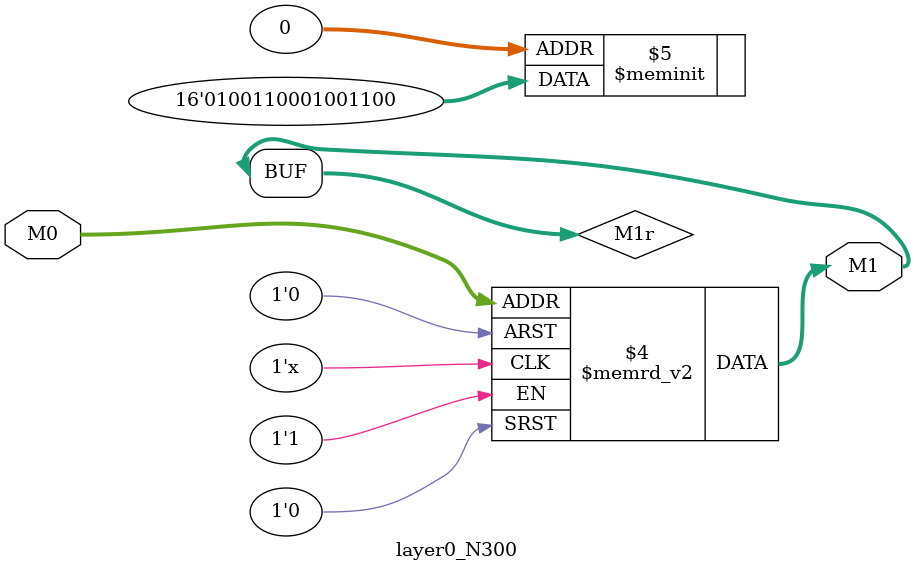
<source format=v>
module layer0_N300 ( input [2:0] M0, output [1:0] M1 );

	(*rom_style = "distributed" *) reg [1:0] M1r;
	assign M1 = M1r;
	always @ (M0) begin
		case (M0)
			3'b000: M1r = 2'b00;
			3'b100: M1r = 2'b00;
			3'b010: M1r = 2'b00;
			3'b110: M1r = 2'b00;
			3'b001: M1r = 2'b11;
			3'b101: M1r = 2'b11;
			3'b011: M1r = 2'b01;
			3'b111: M1r = 2'b01;

		endcase
	end
endmodule

</source>
